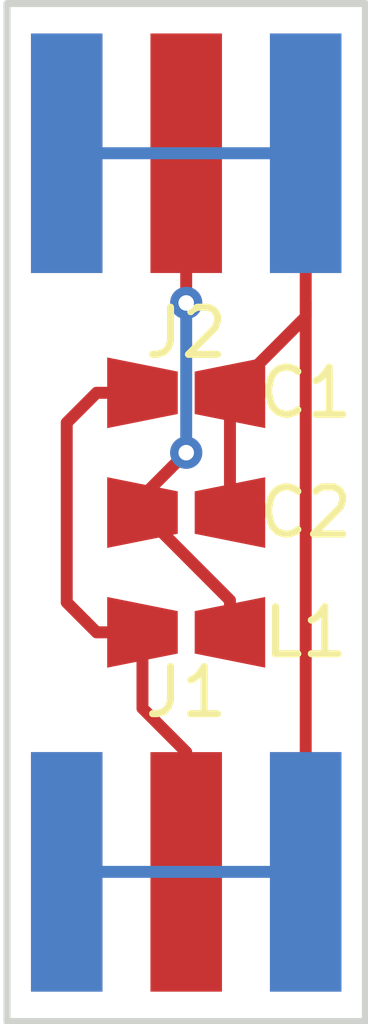
<source format=kicad_pcb>
(kicad_pcb (version 4) (host pcbnew 4.0.6)

  (general
    (links 13)
    (no_connects 0)
    (area 147.963619 97.269 159.630381 121.525)
    (thickness 1.6)
    (drawings 4)
    (tracks 24)
    (zones 0)
    (modules 5)
    (nets 4)
  )

  (page A4)
  (layers
    (0 F.Cu signal)
    (31 B.Cu signal)
    (32 B.Adhes user)
    (33 F.Adhes user)
    (34 B.Paste user)
    (35 F.Paste user)
    (36 B.SilkS user)
    (37 F.SilkS user)
    (38 B.Mask user)
    (39 F.Mask user)
    (40 Dwgs.User user)
    (41 Cmts.User user)
    (42 Eco1.User user)
    (43 Eco2.User user)
    (44 Edge.Cuts user)
    (45 Margin user)
    (46 B.CrtYd user)
    (47 F.CrtYd user)
    (48 B.Fab user)
    (49 F.Fab user)
  )

  (setup
    (last_trace_width 0.254)
    (trace_clearance 0.254)
    (zone_clearance 0.508)
    (zone_45_only no)
    (trace_min 0.1524)
    (segment_width 0.2)
    (edge_width 0.15)
    (via_size 0.6858)
    (via_drill 0.3302)
    (via_min_size 0.6858)
    (via_min_drill 0.3302)
    (uvia_size 0.3)
    (uvia_drill 0.1)
    (uvias_allowed no)
    (uvia_min_size 0)
    (uvia_min_drill 0)
    (pcb_text_width 0.3)
    (pcb_text_size 1.5 1.5)
    (mod_edge_width 0.15)
    (mod_text_size 1 1)
    (mod_text_width 0.15)
    (pad_size 1.524 1.524)
    (pad_drill 0.762)
    (pad_to_mask_clearance 0.2)
    (aux_axis_origin 0 0)
    (visible_elements FFFFFF7F)
    (pcbplotparams
      (layerselection 0x00030_80000001)
      (usegerberextensions false)
      (excludeedgelayer true)
      (linewidth 0.100000)
      (plotframeref false)
      (viasonmask false)
      (mode 1)
      (useauxorigin false)
      (hpglpennumber 1)
      (hpglpenspeed 20)
      (hpglpendiameter 15)
      (hpglpenoverlay 2)
      (psnegative false)
      (psa4output false)
      (plotreference true)
      (plotvalue true)
      (plotinvisibletext false)
      (padsonsilk false)
      (subtractmaskfromsilk false)
      (outputformat 1)
      (mirror false)
      (drillshape 1)
      (scaleselection 1)
      (outputdirectory ""))
  )

  (net 0 "")
  (net 1 "Net-(C1-Pad1)")
  (net 2 GND)
  (net 3 "Net-(C2-Pad1)")

  (net_class Default "This is the default net class."
    (clearance 0.254)
    (trace_width 0.254)
    (via_dia 0.6858)
    (via_drill 0.3302)
    (uvia_dia 0.3)
    (uvia_drill 0.1)
    (add_net GND)
    (add_net "Net-(C1-Pad1)")
    (add_net "Net-(C2-Pad1)")
  )

  (module BF2-0.2:0402-HS-0 (layer F.Cu) (tedit 5B1C753A) (tstamp 5B1C746D)
    (at 153.67 106.68)
    (path /5B1C597A)
    (fp_text reference C1 (at 2.54 0) (layer F.SilkS)
      (effects (font (size 1 1) (thickness 0.15)))
    )
    (fp_text value 27pF (at -1.905 0) (layer F.Fab)
      (effects (font (size 1 1) (thickness 0.15)))
    )
    (pad 1 smd trapezoid (at -0.93 0) (size 1.5 1.2) (rect_delta 0.3 0 ) (layers F.Cu F.Paste F.Mask)
      (net 1 "Net-(C1-Pad1)"))
    (pad 2 smd trapezoid (at 0.93 0) (size 1.5 1.2) (rect_delta -0.3 0 ) (layers F.Cu F.Paste F.Mask)
      (net 2 GND))
  )

  (module BF2-0.2:0402-HS-0 (layer F.Cu) (tedit 5B1C7545) (tstamp 5B1C7473)
    (at 153.67 109.22)
    (path /5B1C59B3)
    (fp_text reference C2 (at 2.54 0) (layer F.SilkS)
      (effects (font (size 1 1) (thickness 0.15)))
    )
    (fp_text value 27pF (at -1.905 0) (layer F.Fab)
      (effects (font (size 1 1) (thickness 0.15)))
    )
    (pad 1 smd trapezoid (at -0.93 0) (size 1.5 1.2) (rect_delta 0.3 0 ) (layers F.Cu F.Paste F.Mask)
      (net 3 "Net-(C2-Pad1)"))
    (pad 2 smd trapezoid (at 0.93 0) (size 1.5 1.2) (rect_delta -0.3 0 ) (layers F.Cu F.Paste F.Mask)
      (net 2 GND))
  )

  (module BF2-0.2:LINX-CONN-SMA-RCPT (layer F.Cu) (tedit 5B1DC164) (tstamp 5B1C747C)
    (at 153.67 116.84)
    (path /5B1C5A42)
    (fp_text reference J1 (at 0 -3.81) (layer F.SilkS)
      (effects (font (size 1 1) (thickness 0.15)))
    )
    (fp_text value CONN_COAXIAL (at 0 -3.302) (layer F.Fab) hide
      (effects (font (size 1 1) (thickness 0.15)))
    )
    (pad 1 smd rect (at 0 0) (size 1.52 5.08) (layers F.Cu F.Paste F.Mask)
      (net 1 "Net-(C1-Pad1)"))
    (pad 2 smd rect (at 2.54 0) (size 1.52 5.08) (layers F.Cu F.Paste F.Mask)
      (net 2 GND))
    (pad 2 smd rect (at -2.54 0) (size 1.52 5.08) (layers F.Cu F.Paste F.Mask)
      (net 2 GND))
    (pad 2 smd rect (at 2.54 0) (size 1.52 5.08) (layers B.Cu F.Paste F.Mask)
      (net 2 GND))
    (pad 2 smd rect (at -2.54 0) (size 1.52 5.08) (layers B.Cu F.Paste F.Mask)
      (net 2 GND))
  )

  (module BF2-0.2:LINX-CONN-SMA-PLUG (layer F.Cu) (tedit 5B1DC16E) (tstamp 5B1C7485)
    (at 153.67 101.6)
    (path /5B1C5AD9)
    (fp_text reference J2 (at 0 3.81) (layer F.SilkS)
      (effects (font (size 1 1) (thickness 0.15)))
    )
    (fp_text value CONN_COAXIAL (at 0.254 -3.302) (layer F.Fab) hide
      (effects (font (size 1 1) (thickness 0.15)))
    )
    (pad 1 smd rect (at 0 0) (size 1.52 5.08) (layers F.Cu F.Paste F.Mask)
      (net 3 "Net-(C2-Pad1)"))
    (pad 2 smd rect (at 2.54 0) (size 1.52 5.08) (layers F.Cu F.Paste F.Mask)
      (net 2 GND))
    (pad 2 smd rect (at -2.54 0) (size 1.52 5.08) (layers F.Cu F.Paste F.Mask)
      (net 2 GND))
    (pad 2 smd rect (at 2.54 0) (size 1.52 5.08) (layers B.Cu F.Paste F.Mask)
      (net 2 GND))
    (pad 2 smd rect (at -2.54 0) (size 1.52 5.08) (layers B.Cu F.Paste F.Mask)
      (net 2 GND))
  )

  (module BF2-0.2:0402-HS-0 (layer F.Cu) (tedit 5B1C7543) (tstamp 5B1C748B)
    (at 153.67 111.76)
    (path /5B1C591A)
    (fp_text reference L1 (at 2.54 0) (layer F.SilkS)
      (effects (font (size 1 1) (thickness 0.15)))
    )
    (fp_text value 59nH (at -1.905 0) (layer F.Fab)
      (effects (font (size 1 1) (thickness 0.15)))
    )
    (pad 1 smd trapezoid (at -0.93 0) (size 1.5 1.2) (rect_delta 0.3 0 ) (layers F.Cu F.Paste F.Mask)
      (net 1 "Net-(C1-Pad1)"))
    (pad 2 smd trapezoid (at 0.93 0) (size 1.5 1.2) (rect_delta -0.3 0 ) (layers F.Cu F.Paste F.Mask)
      (net 3 "Net-(C2-Pad1)"))
  )

  (gr_line (start 157.48 120.015) (end 149.86 120.015) (angle 90) (layer Edge.Cuts) (width 0.15))
  (gr_line (start 157.48 98.425) (end 157.48 120.015) (angle 90) (layer Edge.Cuts) (width 0.15))
  (gr_line (start 149.86 98.425) (end 157.48 98.425) (angle 90) (layer Edge.Cuts) (width 0.15))
  (gr_line (start 149.86 120.015) (end 149.86 98.425) (angle 90) (layer Edge.Cuts) (width 0.15))

  (segment (start 151.765 106.68) (end 152.74 106.68) (width 0.254) (layer F.Cu) (net 1) (tstamp 5B1DC5ED))
  (segment (start 151.13 107.315) (end 151.765 106.68) (width 0.254) (layer F.Cu) (net 1) (tstamp 5B1DC5EB))
  (segment (start 151.13 111.125) (end 151.13 107.315) (width 0.254) (layer F.Cu) (net 1) (tstamp 5B1DC5E9))
  (segment (start 151.765 111.76) (end 151.13 111.125) (width 0.254) (layer F.Cu) (net 1) (tstamp 5B1DC5E8))
  (segment (start 152.74 111.76) (end 151.765 111.76) (width 0.254) (layer F.Cu) (net 1))
  (segment (start 152.74 111.76) (end 152.4 111.76) (width 0.254) (layer F.Cu) (net 1))
  (segment (start 153.67 116.84) (end 153.67 114.3) (width 0.254) (layer F.Cu) (net 1))
  (segment (start 153.67 114.3) (end 152.74 113.37) (width 0.254) (layer F.Cu) (net 1) (tstamp 5B1DBEF7))
  (segment (start 152.74 113.37) (end 152.74 111.76) (width 0.254) (layer F.Cu) (net 1) (tstamp 5B1DBEFB))
  (segment (start 156.21 116.84) (end 156.21 104.775) (width 0.254) (layer F.Cu) (net 2))
  (segment (start 156.21 104.775) (end 156.21 105.07) (width 0.254) (layer F.Cu) (net 2))
  (segment (start 156.21 104.775) (end 156.21 101.6) (width 0.254) (layer F.Cu) (net 2) (tstamp 5B1DBEE5))
  (segment (start 156.21 105.07) (end 154.6 106.68) (width 0.254) (layer F.Cu) (net 2) (tstamp 5B1DBEE7))
  (segment (start 154.6 106.68) (end 154.6 109.22) (width 0.254) (layer F.Cu) (net 2))
  (segment (start 151.13 101.6) (end 156.21 101.6) (width 0.254) (layer B.Cu) (net 2))
  (segment (start 151.13 116.84) (end 156.21 116.84) (width 0.254) (layer B.Cu) (net 2))
  (segment (start 152.74 109.22) (end 152.74 108.88) (width 0.254) (layer F.Cu) (net 3))
  (segment (start 152.74 108.88) (end 153.67 107.95) (width 0.254) (layer F.Cu) (net 3) (tstamp 5B1DBFFB))
  (segment (start 153.67 104.775) (end 153.67 101.6) (width 0.254) (layer F.Cu) (net 3) (tstamp 5B1DC005))
  (via (at 153.67 104.775) (size 0.6858) (drill 0.3302) (layers F.Cu B.Cu) (net 3))
  (segment (start 153.67 107.95) (end 153.67 104.775) (width 0.254) (layer B.Cu) (net 3) (tstamp 5B1DC002))
  (via (at 153.67 107.95) (size 0.6858) (drill 0.3302) (layers F.Cu B.Cu) (net 3))
  (segment (start 154.6 111.76) (end 154.6 111.08) (width 0.254) (layer F.Cu) (net 3))
  (segment (start 154.6 111.08) (end 152.74 109.22) (width 0.254) (layer F.Cu) (net 3) (tstamp 5B1DBF02))

)

</source>
